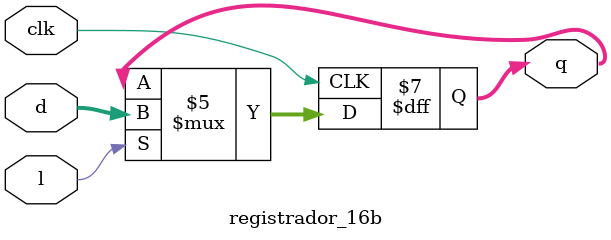
<source format=v>

module registrador_16b(clk, l, d, q);
    // entradas
    input clk;
    input l;
    input [15:0] d;
    // saidas
    output reg [15:0] q;

    initial begin
        q = 16'b0000000000000000;
    end

    always @(posedge clk) begin 
        if (l == 1) begin
            q = d;
        end
    end
endmodule

/*

module testbench;

    reg clk0 = 0;
    reg [15:0] d0 = 0;
    wire [15:0] q0;

    registrador_16b reg_16(clk0, d0, q0);

    always #1 begin
        clk0 <= ~clk0;
    end

    initial begin 
        $dumpvars;
        #2
        d0 = 16'b0000000000000100;
        #2
        d0 = 16'b0000000000000010;
        #4
        d0 = 16'b0000000000001000;
        #5;
        $finish;
    end

endmodule

*/
</source>
